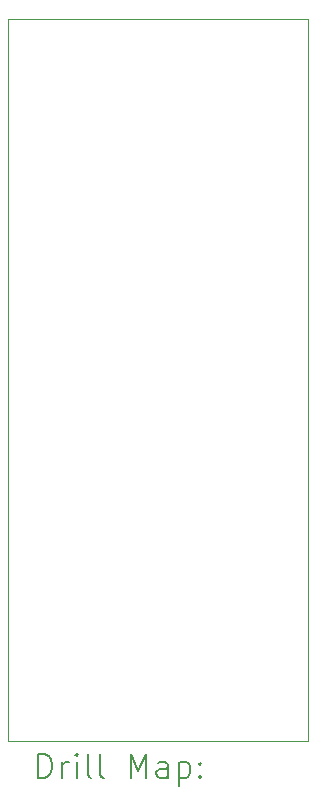
<source format=gbr>
%TF.GenerationSoftware,KiCad,Pcbnew,9.0.6*%
%TF.CreationDate,2026-01-08T14:50:16-06:00*%
%TF.ProjectId,QFP-48_7x7_P0.5,5146502d-3438-45f3-9778-375f50302e35,rev?*%
%TF.SameCoordinates,Original*%
%TF.FileFunction,Drillmap*%
%TF.FilePolarity,Positive*%
%FSLAX45Y45*%
G04 Gerber Fmt 4.5, Leading zero omitted, Abs format (unit mm)*
G04 Created by KiCad (PCBNEW 9.0.6) date 2026-01-08 14:50:16*
%MOMM*%
%LPD*%
G01*
G04 APERTURE LIST*
%ADD10C,0.050000*%
%ADD11C,0.200000*%
G04 APERTURE END LIST*
D10*
X12573000Y-9004300D02*
X15113000Y-9004300D01*
X15113000Y-15113000D01*
X12573000Y-15113000D01*
X12573000Y-9004300D01*
D11*
X12831277Y-15426984D02*
X12831277Y-15226984D01*
X12831277Y-15226984D02*
X12878896Y-15226984D01*
X12878896Y-15226984D02*
X12907467Y-15236508D01*
X12907467Y-15236508D02*
X12926515Y-15255555D01*
X12926515Y-15255555D02*
X12936039Y-15274603D01*
X12936039Y-15274603D02*
X12945562Y-15312698D01*
X12945562Y-15312698D02*
X12945562Y-15341269D01*
X12945562Y-15341269D02*
X12936039Y-15379365D01*
X12936039Y-15379365D02*
X12926515Y-15398412D01*
X12926515Y-15398412D02*
X12907467Y-15417460D01*
X12907467Y-15417460D02*
X12878896Y-15426984D01*
X12878896Y-15426984D02*
X12831277Y-15426984D01*
X13031277Y-15426984D02*
X13031277Y-15293650D01*
X13031277Y-15331746D02*
X13040801Y-15312698D01*
X13040801Y-15312698D02*
X13050324Y-15303174D01*
X13050324Y-15303174D02*
X13069372Y-15293650D01*
X13069372Y-15293650D02*
X13088420Y-15293650D01*
X13155086Y-15426984D02*
X13155086Y-15293650D01*
X13155086Y-15226984D02*
X13145562Y-15236508D01*
X13145562Y-15236508D02*
X13155086Y-15246031D01*
X13155086Y-15246031D02*
X13164610Y-15236508D01*
X13164610Y-15236508D02*
X13155086Y-15226984D01*
X13155086Y-15226984D02*
X13155086Y-15246031D01*
X13278896Y-15426984D02*
X13259848Y-15417460D01*
X13259848Y-15417460D02*
X13250324Y-15398412D01*
X13250324Y-15398412D02*
X13250324Y-15226984D01*
X13383658Y-15426984D02*
X13364610Y-15417460D01*
X13364610Y-15417460D02*
X13355086Y-15398412D01*
X13355086Y-15398412D02*
X13355086Y-15226984D01*
X13612229Y-15426984D02*
X13612229Y-15226984D01*
X13612229Y-15226984D02*
X13678896Y-15369841D01*
X13678896Y-15369841D02*
X13745562Y-15226984D01*
X13745562Y-15226984D02*
X13745562Y-15426984D01*
X13926515Y-15426984D02*
X13926515Y-15322222D01*
X13926515Y-15322222D02*
X13916991Y-15303174D01*
X13916991Y-15303174D02*
X13897943Y-15293650D01*
X13897943Y-15293650D02*
X13859848Y-15293650D01*
X13859848Y-15293650D02*
X13840801Y-15303174D01*
X13926515Y-15417460D02*
X13907467Y-15426984D01*
X13907467Y-15426984D02*
X13859848Y-15426984D01*
X13859848Y-15426984D02*
X13840801Y-15417460D01*
X13840801Y-15417460D02*
X13831277Y-15398412D01*
X13831277Y-15398412D02*
X13831277Y-15379365D01*
X13831277Y-15379365D02*
X13840801Y-15360317D01*
X13840801Y-15360317D02*
X13859848Y-15350793D01*
X13859848Y-15350793D02*
X13907467Y-15350793D01*
X13907467Y-15350793D02*
X13926515Y-15341269D01*
X14021753Y-15293650D02*
X14021753Y-15493650D01*
X14021753Y-15303174D02*
X14040801Y-15293650D01*
X14040801Y-15293650D02*
X14078896Y-15293650D01*
X14078896Y-15293650D02*
X14097943Y-15303174D01*
X14097943Y-15303174D02*
X14107467Y-15312698D01*
X14107467Y-15312698D02*
X14116991Y-15331746D01*
X14116991Y-15331746D02*
X14116991Y-15388888D01*
X14116991Y-15388888D02*
X14107467Y-15407936D01*
X14107467Y-15407936D02*
X14097943Y-15417460D01*
X14097943Y-15417460D02*
X14078896Y-15426984D01*
X14078896Y-15426984D02*
X14040801Y-15426984D01*
X14040801Y-15426984D02*
X14021753Y-15417460D01*
X14202705Y-15407936D02*
X14212229Y-15417460D01*
X14212229Y-15417460D02*
X14202705Y-15426984D01*
X14202705Y-15426984D02*
X14193182Y-15417460D01*
X14193182Y-15417460D02*
X14202705Y-15407936D01*
X14202705Y-15407936D02*
X14202705Y-15426984D01*
X14202705Y-15303174D02*
X14212229Y-15312698D01*
X14212229Y-15312698D02*
X14202705Y-15322222D01*
X14202705Y-15322222D02*
X14193182Y-15312698D01*
X14193182Y-15312698D02*
X14202705Y-15303174D01*
X14202705Y-15303174D02*
X14202705Y-15322222D01*
M02*

</source>
